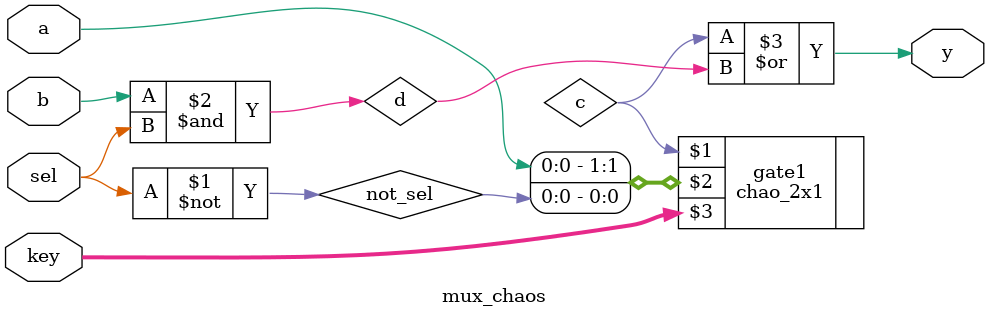
<source format=sv>
`timescale 1ns / 1ps


module mux_chaos(
    input  logic       a,
    input  logic       b,
    input  logic       sel,
    input  logic [5:0] key,
    output logic       y
    );
    
logic c, d, not_sel;

chao_2x1 gate1(c, {a, not_sel},key);
//not gate0(not_sel, sel);
//and gate2(d, b, sel);
//or gate3(y, c, d);
assign  not_sel = ~sel;
assign  d       = b & sel;
assign  y       = c | d;    
endmodule

</source>
